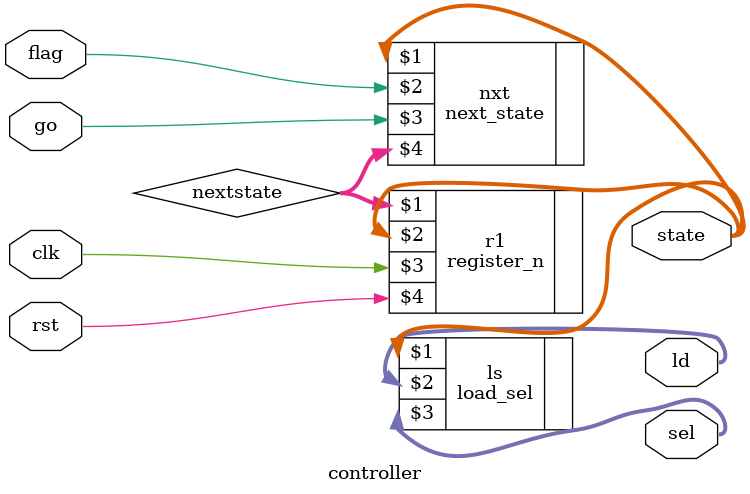
<source format=v>
`timescale 1ns / 1ps
module controller(go,flag,ld,sel,state,clk,rst);
input go,flag,clk,rst;
output [4:0] ld ;
output [4:0]sel;
output [2:0] state;
wire[2:0] state;
wire [2:0] nextstate;


register_n #(3)r1(nextstate,state,clk,rst);

next_state nxt(state,flag,go,nextstate);
load_sel ls(state,ld,sel);

endmodule

</source>
